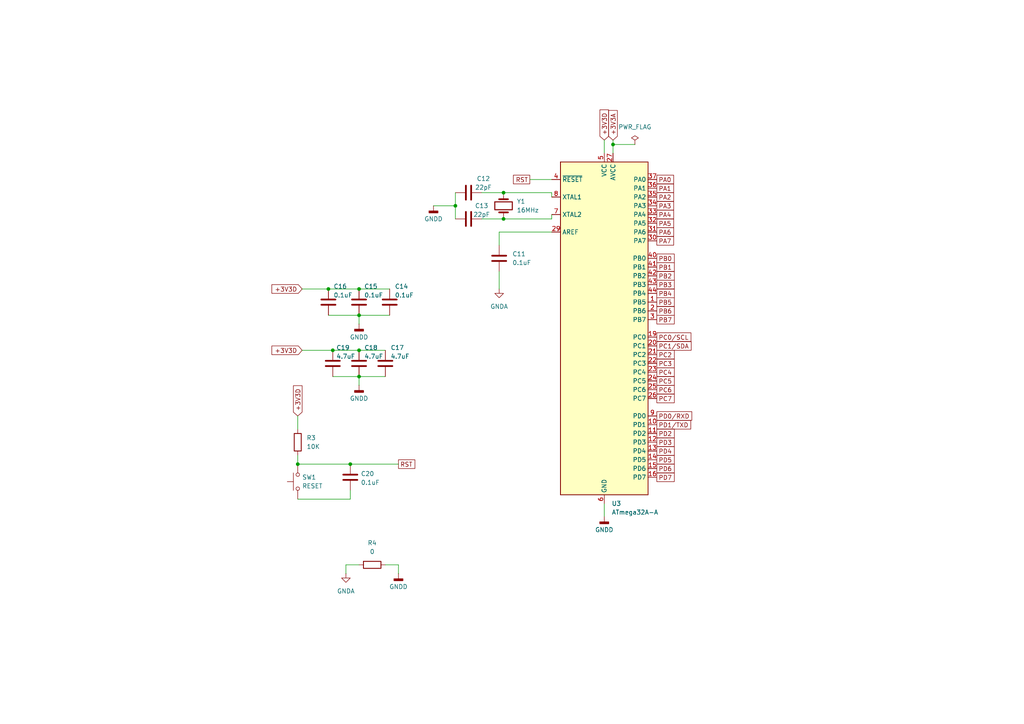
<source format=kicad_sch>
(kicad_sch (version 20250114) (generator "eeschema") (generator_version "9.0")
  (paper "A4")
  (lib_symbols
    (symbol "Device:C" (pin_numbers (hide yes)) (pin_names (offset 0.254))
      (property "Reference" "C" (at 0.635 2.54 0))
      (property "Value" "C" (at 0.635 -2.54 0))
      (symbol "C_0_1"
        (polyline (pts (xy -2.032 0.762) (xy 2.032 0.762)) (stroke (width 0.508)))
        (polyline (pts (xy -2.032 -0.762) (xy 2.032 -0.762)) (stroke (width 0.508)))
      )
      (symbol "C_1_1"
        (pin passive line (at 0 3.81 270) (length 2.794) (name "~") (number "1"))
        (pin passive line (at 0 -3.81 90) (length 2.794) (name "~") (number "2"))
      )
    )
    (symbol "Device:Crystal" (pin_numbers (hide yes)) (pin_names (offset 1.016) (hide yes))
      (property "Reference" "Y" (at 0 3.81 0))
      (property "Value" "Crystal" (at 0 -3.81 0))
      (symbol "Crystal_0_1"
        (polyline (pts (xy -2.54 0) (xy -1.905 0)))
        (polyline (pts (xy -1.905 -1.27) (xy -1.905 1.27)) (stroke (width 0.508)))
        (rectangle (start -1.143 2.54) (end 1.143 -2.54) (stroke (width 0.3048)))
        (polyline (pts (xy 1.905 -1.27) (xy 1.905 1.27)) (stroke (width 0.508)))
        (polyline (pts (xy 2.54 0) (xy 1.905 0)))
      )
      (symbol "Crystal_1_1"
        (pin passive line (at -3.81 0 0) (length 1.27) (name "1") (number "1"))
        (pin passive line (at 3.81 0 180) (length 1.27) (name "2") (number "2"))
      )
    )
    (symbol "Device:R" (pin_numbers (hide yes)) (pin_names (offset 0))
      (property "Reference" "R" (at 2.032 0 90))
      (property "Value" "R" (at 0 0 90))
      (symbol "R_0_1"
        (rectangle (start -1.016 -2.54) (end 1.016 2.54) (stroke (width 0.254)))
      )
      (symbol "R_1_1"
        (pin passive line (at 0 3.81 270) (length 1.27) (name "~") (number "1"))
        (pin passive line (at 0 -3.81 90) (length 1.27) (name "~") (number "2"))
      )
    )
    (symbol "MCU_Microchip_ATmega:ATmega32A-A"
      (property "Reference" "U" (at -12.7 49.53 0))
      (property "Value" "ATmega32A-A" (at 2.54 -49.53 0))
      (symbol "ATmega32A-A_0_1"
        (rectangle (start -12.7 -48.26) (end 12.7 48.26) (stroke (width 0.254)) (fill (type background)))
      )
      (symbol "ATmega32A-A_1_1"
        (pin input line (at -15.24 43.18 0) (length 2.54) (name "~{RESET}") (number "4"))
        (pin input line (at -15.24 38.1 0) (length 2.54) (name "XTAL1") (number "8"))
        (pin output line (at -15.24 33.02 0) (length 2.54) (name "XTAL2") (number "7"))
        (pin passive line (at -15.24 27.94 0) (length 2.54) (name "AREF") (number "29"))
        (pin passive line (at 0 50.8 270) (length 2.54) (hide yes) (name "VCC") (number "17"))
        (pin passive line (at 0 50.8 270) (length 2.54) (hide yes) (name "VCC") (number "38"))
        (pin power_in line (at 0 50.8 270) (length 2.54) (name "VCC") (number "5"))
        (pin passive line (at 0 -50.8 90) (length 2.54) (hide yes) (name "GND") (number "18"))
        (pin passive line (at 0 -50.8 90) (length 2.54) (hide yes) (name "GND") (number "28"))
        (pin passive line (at 0 -50.8 90) (length 2.54) (hide yes) (name "GND") (number "39"))
        (pin power_in line (at 0 -50.8 90) (length 2.54) (name "GND") (number "6"))
        (pin power_in line (at 2.54 50.8 270) (length 2.54) (name "AVCC") (number "27"))
        (pin bidirectional line (at 15.24 43.18 180) (length 2.54) (name "PA0") (number "37"))
        (pin bidirectional line (at 15.24 40.64 180) (length 2.54) (name "PA1") (number "36"))
        (pin bidirectional line (at 15.24 38.1 180) (length 2.54) (name "PA2") (number "35"))
        (pin bidirectional line (at 15.24 35.56 180) (length 2.54) (name "PA3") (number "34"))
        (pin bidirectional line (at 15.24 33.02 180) (length 2.54) (name "PA4") (number "33"))
        (pin bidirectional line (at 15.24 30.48 180) (length 2.54) (name "PA5") (number "32"))
        (pin bidirectional line (at 15.24 27.94 180) (length 2.54) (name "PA6") (number "31"))
        (pin bidirectional line (at 15.24 25.4 180) (length 2.54) (name "PA7") (number "30"))
        (pin bidirectional line (at 15.24 20.32 180) (length 2.54) (name "PB0") (number "40"))
        (pin bidirectional line (at 15.24 17.78 180) (length 2.54) (name "PB1") (number "41"))
        (pin bidirectional line (at 15.24 15.24 180) (length 2.54) (name "PB2") (number "42"))
        (pin bidirectional line (at 15.24 12.7 180) (length 2.54) (name "PB3") (number "43"))
        (pin bidirectional line (at 15.24 10.16 180) (length 2.54) (name "PB4") (number "44"))
        (pin bidirectional line (at 15.24 7.62 180) (length 2.54) (name "PB5") (number "1"))
        (pin bidirectional line (at 15.24 5.08 180) (length 2.54) (name "PB6") (number "2"))
        (pin bidirectional line (at 15.24 2.54 180) (length 2.54) (name "PB7") (number "3"))
        (pin bidirectional line (at 15.24 -2.54 180) (length 2.54) (name "PC0") (number "19"))
        (pin bidirectional line (at 15.24 -5.08 180) (length 2.54) (name "PC1") (number "20"))
        (pin bidirectional line (at 15.24 -7.62 180) (length 2.54) (name "PC2") (number "21"))
        (pin bidirectional line (at 15.24 -10.16 180) (length 2.54) (name "PC3") (number "22"))
        (pin bidirectional line (at 15.24 -12.7 180) (length 2.54) (name "PC4") (number "23"))
        (pin bidirectional line (at 15.24 -15.24 180) (length 2.54) (name "PC5") (number "24"))
        (pin bidirectional line (at 15.24 -17.78 180) (length 2.54) (name "PC6") (number "25"))
        (pin bidirectional line (at 15.24 -20.32 180) (length 2.54) (name "PC7") (number "26"))
        (pin bidirectional line (at 15.24 -25.4 180) (length 2.54) (name "PD0") (number "9"))
        (pin bidirectional line (at 15.24 -27.94 180) (length 2.54) (name "PD1") (number "10"))
        (pin bidirectional line (at 15.24 -30.48 180) (length 2.54) (name "PD2") (number "11"))
        (pin bidirectional line (at 15.24 -33.02 180) (length 2.54) (name "PD3") (number "12"))
        (pin bidirectional line (at 15.24 -35.56 180) (length 2.54) (name "PD4") (number "13"))
        (pin bidirectional line (at 15.24 -38.1 180) (length 2.54) (name "PD5") (number "14"))
        (pin bidirectional line (at 15.24 -40.64 180) (length 2.54) (name "PD6") (number "15"))
        (pin bidirectional line (at 15.24 -43.18 180) (length 2.54) (name "PD7") (number "16"))
      )
    )
    (symbol "Switch:SW_Push" (pin_numbers (hide yes)) (pin_names (offset 1.016) (hide yes))
      (property "Reference" "SW" (at 1.27 2.54 0))
      (property "Value" "SW_Push" (at 0 -1.524 0))
      (symbol "SW_Push_0_1"
        (circle (center -2.032 0) (radius 0.508))
        (polyline (pts (xy 0 1.27) (xy 0 3.048)))
        (circle (center 2.032 0) (radius 0.508))
        (polyline (pts (xy 2.54 1.27) (xy -2.54 1.27)))
        (pin passive line (at -5.08 0 0) (length 2.54) (name "1") (number "1"))
        (pin passive line (at 5.08 0 180) (length 2.54) (name "2") (number "2"))
      )
    )
    (symbol "power:GNDA" (power) (pin_numbers (hide yes)) (pin_names (offset 0) (hide yes))
      (property "Value" "GNDA" (at 0 -3.81 0))
      (symbol "GNDA_0_1"
        (polyline (pts (xy 0 0) (xy 0 -1.27) (xy 1.27 -1.27) (xy 0 -2.54) (xy -1.27 -1.27) (xy 0 -1.27)))
      )
      (symbol "GNDA_1_1"
        (pin power_in line (at 0 0 270) (length 0) (name "~") (number "1"))
      )
    )
    (symbol "power:GNDD" (power) (pin_numbers (hide yes)) (pin_names (offset 0) (hide yes))
      (property "Value" "GNDD" (at 0 -3.175 0))
      (symbol "GNDD_0_1"
        (rectangle (start -1.27 -1.524) (end 1.27 -2.032) (stroke (width 0.254)) (fill (type outline)))
        (polyline (pts (xy 0 0) (xy 0 -1.524)))
      )
      (symbol "GNDD_1_1"
        (pin power_in line (at 0 0 270) (length 0) (name "~") (number "1"))
      )
    )
    (symbol "power:PWR_FLAG" (power) (pin_numbers (hide yes)) (pin_names (offset 0) (hide yes))
      (property "Value" "PWR_FLAG" (at 0 3.81 0))
      (symbol "PWR_FLAG_0_0"
        (pin power_out line (at 0 0 90) (length 0) (name "~") (number "1"))
      )
      (symbol "PWR_FLAG_0_1"
        (polyline (pts (xy 0 0) (xy 0 1.27) (xy -1.016 1.905) (xy 0 2.54) (xy 1.016 1.905) (xy 0 1.27)))
      )
    )
  )
  (junction (at 104.14 83.82))
  (junction (at 101.6 134.62))
  (junction (at 104.14 109.22))
  (junction (at 95.25 83.82))
  (junction (at 132.08 59.69))
  (junction (at 104.14 91.44))
  (junction (at 146.05 55.88))
  (junction (at 146.05 63.5))
  (junction (at 86.36 134.62))
  (junction (at 104.14 101.6))
  (junction (at 96.52 101.6))
  (junction (at 177.8 41.91))
  (wire (pts (xy 104.14 101.6) (xy 111.76 101.6)))
  (wire (pts (xy 95.25 91.44) (xy 104.14 91.44)))
  (wire (pts (xy 104.14 109.22) (xy 111.76 109.22)))
  (wire (pts (xy 132.08 59.69) (xy 132.08 63.5)))
  (wire (pts (xy 104.14 91.44) (xy 113.03 91.44)))
  (wire (pts (xy 87.63 101.6) (xy 96.52 101.6)))
  (wire (pts (xy 101.6 142.24) (xy 101.6 144.78)))
  (wire (pts (xy 101.6 134.62) (xy 115.57 134.62)))
  (wire (pts (xy 86.36 132.08) (xy 86.36 134.62)))
  (wire (pts (xy 87.63 83.82) (xy 95.25 83.82)))
  (wire (pts (xy 96.52 101.6) (xy 104.14 101.6)))
  (wire (pts (xy 125.73 59.69) (xy 132.08 59.69)))
  (wire (pts (xy 144.78 78.74) (xy 144.78 83.82)))
  (wire (pts (xy 175.26 40.64) (xy 175.26 44.45)))
  (wire (pts (xy 160.02 62.23) (xy 160.02 63.5)))
  (wire (pts (xy 86.36 120.65) (xy 86.36 124.46)))
  (wire (pts (xy 177.8 41.91) (xy 184.15 41.91)))
  (wire (pts (xy 86.36 134.62) (xy 101.6 134.62)))
  (wire (pts (xy 139.7 55.88) (xy 146.05 55.88)))
  (wire (pts (xy 95.25 83.82) (xy 104.14 83.82)))
  (wire (pts (xy 104.14 109.22) (xy 104.14 111.76)))
  (wire (pts (xy 146.05 63.5) (xy 160.02 63.5)))
  (wire (pts (xy 104.14 163.83) (xy 100.33 163.83)))
  (wire (pts (xy 177.8 41.91) (xy 177.8 44.45)))
  (wire (pts (xy 111.76 163.83) (xy 115.57 163.83)))
  (wire (pts (xy 100.33 163.83) (xy 100.33 166.37)))
  (wire (pts (xy 160.02 67.31) (xy 144.78 67.31)))
  (wire (pts (xy 139.7 63.5) (xy 146.05 63.5)))
  (wire (pts (xy 146.05 55.88) (xy 160.02 55.88)))
  (wire (pts (xy 175.26 146.05) (xy 175.26 149.86)))
  (wire (pts (xy 115.57 163.83) (xy 115.57 166.37)))
  (wire (pts (xy 101.6 144.78) (xy 86.36 144.78)))
  (wire (pts (xy 132.08 55.88) (xy 132.08 59.69)))
  (wire (pts (xy 104.14 83.82) (xy 113.03 83.82)))
  (wire (pts (xy 177.8 40.64) (xy 177.8 41.91)))
  (wire (pts (xy 160.02 57.15) (xy 160.02 55.88)))
  (wire (pts (xy 153.67 52.07) (xy 160.02 52.07)))
  (wire (pts (xy 96.52 109.22) (xy 104.14 109.22)))
  (wire (pts (xy 144.78 67.31) (xy 144.78 71.12)))
  (wire (pts (xy 104.14 91.44) (xy 104.14 93.98)))
  (global_label "PA5" (shape passive) (at 190.5 64.77 0) (property "Intersheetrefs" "${INTERSHEET_REFS}" (effects (hide yes))))
  (global_label "+3V3D" (shape input) (at 87.63 83.82 180) (property "Intersheetrefs" "${INTERSHEET_REFS}" (effects (hide yes))))
  (global_label "+3V3A" (shape input) (at 177.8 40.64 90) (property "Intersheetrefs" "${INTERSHEET_REFS}" (effects (hide yes))))
  (global_label "PD5" (shape passive) (at 190.5 133.35 0) (property "Intersheetrefs" "${INTERSHEET_REFS}" (effects (hide yes))))
  (global_label "PC0{slash}SCL" (shape passive) (at 190.5 97.79 0) (property "Intersheetrefs" "${INTERSHEET_REFS}" (effects (hide yes))))
  (global_label "PC4" (shape passive) (at 190.5 107.95 0) (property "Intersheetrefs" "${INTERSHEET_REFS}" (effects (hide yes))))
  (global_label "PB7" (shape passive) (at 190.5 92.71 0) (property "Intersheetrefs" "${INTERSHEET_REFS}" (effects (hide yes))))
  (global_label "PA0" (shape passive) (at 190.5 52.07 0) (property "Intersheetrefs" "${INTERSHEET_REFS}" (effects (hide yes))))
  (global_label "PA2" (shape passive) (at 190.5 57.15 0) (property "Intersheetrefs" "${INTERSHEET_REFS}" (effects (hide yes))))
  (global_label "PA6" (shape passive) (at 190.5 67.31 0) (property "Intersheetrefs" "${INTERSHEET_REFS}" (effects (hide yes))))
  (global_label "PC6" (shape passive) (at 190.5 113.03 0) (property "Intersheetrefs" "${INTERSHEET_REFS}" (effects (hide yes))))
  (global_label "PB5" (shape passive) (at 190.5 87.63 0) (property "Intersheetrefs" "${INTERSHEET_REFS}" (effects (hide yes))))
  (global_label "PB0" (shape passive) (at 190.5 74.93 0) (property "Intersheetrefs" "${INTERSHEET_REFS}" (effects (hide yes))))
  (global_label "PC3" (shape passive) (at 190.5 105.41 0) (property "Intersheetrefs" "${INTERSHEET_REFS}" (effects (hide yes))))
  (global_label "PC7" (shape passive) (at 190.5 115.57 0) (property "Intersheetrefs" "${INTERSHEET_REFS}" (effects (hide yes))))
  (global_label "PD6" (shape passive) (at 190.5 135.89 0) (property "Intersheetrefs" "${INTERSHEET_REFS}" (effects (hide yes))))
  (global_label "PB2" (shape passive) (at 190.5 80.01 0) (property "Intersheetrefs" "${INTERSHEET_REFS}" (effects (hide yes))))
  (global_label "RST" (shape passive) (at 115.57 134.62 0) (property "Intersheetrefs" "${INTERSHEET_REFS}" (effects (hide yes))))
  (global_label "PC1{slash}SDA" (shape passive) (at 190.5 100.33 0) (property "Intersheetrefs" "${INTERSHEET_REFS}" (effects (hide yes))))
  (global_label "PD4" (shape passive) (at 190.5 130.81 0) (property "Intersheetrefs" "${INTERSHEET_REFS}" (effects (hide yes))))
  (global_label "PD2" (shape passive) (at 190.5 125.73 0) (property "Intersheetrefs" "${INTERSHEET_REFS}" (effects (hide yes))))
  (global_label "PB1" (shape passive) (at 190.5 77.47 0) (property "Intersheetrefs" "${INTERSHEET_REFS}" (effects (hide yes))))
  (global_label "PC2" (shape passive) (at 190.5 102.87 0) (property "Intersheetrefs" "${INTERSHEET_REFS}" (effects (hide yes))))
  (global_label "+3V3D" (shape input) (at 87.63 101.6 180) (property "Intersheetrefs" "${INTERSHEET_REFS}" (effects (hide yes))))
  (global_label "+3V3D" (shape input) (at 175.26 40.64 90) (property "Intersheetrefs" "${INTERSHEET_REFS}" (effects (hide yes))))
  (global_label "PA4" (shape passive) (at 190.5 62.23 0) (property "Intersheetrefs" "${INTERSHEET_REFS}" (effects (hide yes))))
  (global_label "PA1" (shape passive) (at 190.5 54.61 0) (property "Intersheetrefs" "${INTERSHEET_REFS}" (effects (hide yes))))
  (global_label "PD0{slash}RXD" (shape passive) (at 190.5 120.65 0) (property "Intersheetrefs" "${INTERSHEET_REFS}" (effects (hide yes))))
  (global_label "PC5" (shape passive) (at 190.5 110.49 0) (property "Intersheetrefs" "${INTERSHEET_REFS}" (effects (hide yes))))
  (global_label "RST" (shape passive) (at 153.67 52.07 180) (property "Intersheetrefs" "${INTERSHEET_REFS}" (effects (hide yes))))
  (global_label "PB6" (shape passive) (at 190.5 90.17 0) (property "Intersheetrefs" "${INTERSHEET_REFS}" (effects (hide yes))))
  (global_label "PD1{slash}TXD" (shape passive) (at 190.5 123.19 0) (property "Intersheetrefs" "${INTERSHEET_REFS}" (effects (hide yes))))
  (global_label "PB3" (shape passive) (at 190.5 82.55 0) (property "Intersheetrefs" "${INTERSHEET_REFS}" (effects (hide yes))))
  (global_label "PD7" (shape passive) (at 190.5 138.43 0) (property "Intersheetrefs" "${INTERSHEET_REFS}" (effects (hide yes))))
  (global_label "PB4" (shape passive) (at 190.5 85.09 0) (property "Intersheetrefs" "${INTERSHEET_REFS}" (effects (hide yes))))
  (global_label "PA3" (shape passive) (at 190.5 59.69 0) (property "Intersheetrefs" "${INTERSHEET_REFS}" (effects (hide yes))))
  (global_label "PD3" (shape passive) (at 190.5 128.27 0) (property "Intersheetrefs" "${INTERSHEET_REFS}" (effects (hide yes))))
  (global_label "+3V3D" (shape input) (at 86.36 120.65 90) (property "Intersheetrefs" "${INTERSHEET_REFS}" (effects (hide yes))))
  (global_label "PA7" (shape passive) (at 190.5 69.85 0) (property "Intersheetrefs" "${INTERSHEET_REFS}" (effects (hide yes))))
  (symbol (lib_id "power:GNDA") (at 144.78 83.82 0) (unit 1)
    (property "Reference" "#PWR012" (effects (hide yes)))
    (property "Value" "GNDA" (at 144.78 88.9 0))
    (property "Description" "Power symbol creates a global label with name \"GNDA\" , analog ground" (effects (hide yes)))
  )
  (symbol (lib_id "power:GNDA") (at 100.33 166.37 0) (unit 1)
    (property "Reference" "#PWR019" (effects (hide yes)))
    (property "Value" "GNDA" (at 100.33 171.45 0))
    (property "Description" "Power symbol creates a global label with name \"GNDA\" , analog ground" (effects (hide yes)))
  )
  (symbol (lib_id "Device:R") (at 107.95 163.83 90) (unit 1)
    (property "Reference" "R4" (at 107.95 157.48 90))
    (property "Value" "0" (at 107.95 160.02 90))
    (property "Footprint" "Resistor_SMD:R_0603_1608Metric" (effects (hide yes)))
    (property "Description" "Resistor" (effects (hide yes)))
  )
  (symbol (lib_id "power:PWR_FLAG") (at 184.15 41.91 0) (unit 1)
    (property "Reference" "#FLG04" (effects (hide yes)))
    (property "Value" "PWR_FLAG" (at 184.15 36.83 0))
    (property "Description" "Special symbol for telling ERC where power comes from" (effects (hide yes)))
  )
  (symbol (lib_id "Device:C") (at 96.52 105.41 0) (unit 1)
    (property "Reference" "C19" (at 97.536 100.838 0) (effects (justify left)))
    (property "Value" "4.7uF" (at 97.536 103.378 0) (effects (justify left)))
    (property "Footprint" "Capacitor_SMD:C_0603_1608Metric" (effects (hide yes)))
    (property "Description" "Unpolarized capacitor" (effects (hide yes)))
  )
  (symbol (lib_id "Switch:SW_Push") (at 86.36 139.7 90) (unit 1)
    (property "Reference" "SW1" (at 87.63 138.4299 90) (effects (justify right)))
    (property "Value" "RESET" (at 87.63 140.9699 90) (effects (justify right)))
    (property "Footprint" "Button_Switch_THT:SW_PUSH_6mm" (effects (hide yes)))
    (property "Description" "Push button switch, generic, two pins" (effects (hide yes)))
  )
  (symbol (lib_id "power:GNDD") (at 115.57 166.37 0) (unit 1)
    (property "Reference" "#PWR018" (effects (hide yes)))
    (property "Value" "GNDD" (at 115.57 170.18 0))
    (property "Description" "Power symbol creates a global label with name \"GNDD\" , digital ground" (effects (hide yes)))
  )
  (symbol (lib_id "Device:C") (at 113.03 87.63 0) (unit 1)
    (property "Reference" "C14" (at 114.5176 83.0804 0) (effects (justify left)))
    (property "Value" "0.1uF" (at 114.5176 85.6204 0) (effects (justify left)))
    (property "Footprint" "Capacitor_SMD:C_0603_1608Metric" (effects (hide yes)))
    (property "Description" "Unpolarized capacitor" (effects (hide yes)))
  )
  (symbol (lib_id "Device:C") (at 101.6 138.43 0) (unit 1)
    (property "Reference" "C20" (at 104.648 137.414 0) (effects (justify left)))
    (property "Value" "0.1uF" (at 104.648 139.954 0) (effects (justify left)))
    (property "Footprint" "Capacitor_SMD:C_0603_1608Metric" (effects (hide yes)))
    (property "Description" "Unpolarized capacitor" (effects (hide yes)))
  )
  (symbol (lib_id "Device:C") (at 144.78 74.93 0) (unit 1)
    (property "Reference" "C11" (at 148.59 73.6599 0) (effects (justify left)))
    (property "Value" "0.1uF" (at 148.59 76.1999 0) (effects (justify left)))
    (property "Footprint" "Capacitor_SMD:C_0603_1608Metric" (effects (hide yes)))
    (property "Description" "Unpolarized capacitor" (effects (hide yes)))
  )
  (symbol (lib_id "power:GNDD") (at 125.73 59.69 0) (unit 1)
    (property "Reference" "#PWR013" (effects (hide yes)))
    (property "Value" "GNDD" (at 125.73 63.5 0))
    (property "Description" "Power symbol creates a global label with name \"GNDD\" , digital ground" (effects (hide yes)))
  )
  (symbol (lib_id "Device:Crystal") (at 146.05 59.69 90) (unit 1)
    (property "Reference" "Y1" (at 149.86 58.4199 90) (effects (justify right)))
    (property "Value" "16MHz" (at 149.86 60.9599 90) (effects (justify right)))
    (property "Footprint" "Crystal:Crystal_SMD_0603-2Pin_6.0x3.5mm" (effects (hide yes)))
    (property "Description" "Two pin crystal" (effects (hide yes)))
  )
  (symbol (lib_id "Device:C") (at 135.89 55.88 90) (unit 1)
    (property "Reference" "C12" (at 140.208 51.816 90))
    (property "Value" "22pF" (at 140.208 54.356 90))
    (property "Footprint" "Capacitor_SMD:C_0603_1608Metric" (effects (hide yes)))
    (property "Description" "Unpolarized capacitor" (effects (hide yes)))
  )
  (symbol (lib_id "MCU_Microchip_ATmega:ATmega32A-A") (at 175.26 95.25 0) (unit 1)
    (property "Reference" "U3" (at 177.4033 146.05 0) (effects (justify left)))
    (property "Value" "ATmega32A-A" (at 177.4033 148.59 0) (effects (justify left)))
    (property "Footprint" "Package_QFP:TQFP-44_10x10mm_P0.8mm" (effects (hide yes)))
    (property "Datasheet" "http://ww1.microchip.com/downloads/en/DeviceDoc/atmel-8155-8-bit-microcontroller-avr-atmega32a_datasheet.pdf" (effects (hide yes)))
    (property "Description" "16MHz, 32kB Flash, 2kB SRAM, 1kB EEPROM, JTAG, TQFP-44" (effects (hide yes)))
  )
  (symbol (lib_id "Device:R") (at 86.36 128.27 0) (unit 1)
    (property "Reference" "R3" (at 88.9 126.9999 0) (effects (justify left)))
    (property "Value" "10K" (at 88.9 129.5399 0) (effects (justify left)))
    (property "Footprint" "Resistor_SMD:R_0603_1608Metric" (effects (hide yes)))
    (property "Description" "Resistor" (effects (hide yes)))
  )
  (symbol (lib_id "Device:C") (at 104.14 87.63 0) (unit 1)
    (property "Reference" "C15" (at 105.6276 83.0804 0) (effects (justify left)))
    (property "Value" "0.1uF" (at 105.6276 85.6204 0) (effects (justify left)))
    (property "Footprint" "Capacitor_SMD:C_0603_1608Metric" (effects (hide yes)))
    (property "Description" "Unpolarized capacitor" (effects (hide yes)))
  )
  (symbol (lib_id "Device:C") (at 135.89 63.5 270) (unit 1)
    (property "Reference" "C13" (at 139.7 59.69 90))
    (property "Value" "22pF" (at 139.7 62.23 90))
    (property "Footprint" "Capacitor_SMD:C_0603_1608Metric" (effects (hide yes)))
    (property "Description" "Unpolarized capacitor" (effects (hide yes)))
  )
  (symbol (lib_id "power:GNDD") (at 104.14 111.76 0) (unit 1)
    (property "Reference" "#PWR014" (effects (hide yes)))
    (property "Value" "GNDD" (at 104.14 115.57 0))
    (property "Description" "Power symbol creates a global label with name \"GNDD\" , digital ground" (effects (hide yes)))
  )
  (symbol (lib_id "Device:C") (at 104.14 105.41 0) (unit 1)
    (property "Reference" "C18" (at 105.664 100.838 0) (effects (justify left)))
    (property "Value" "4.7uF" (at 105.664 103.378 0) (effects (justify left)))
    (property "Footprint" "Capacitor_SMD:C_0603_1608Metric" (effects (hide yes)))
    (property "Description" "Unpolarized capacitor" (effects (hide yes)))
  )
  (symbol (lib_id "Device:C") (at 95.25 87.63 0) (unit 1)
    (property "Reference" "C16" (at 96.7376 83.0804 0) (effects (justify left)))
    (property "Value" "0.1uF" (at 96.7376 85.6204 0) (effects (justify left)))
    (property "Footprint" "Capacitor_SMD:C_0603_1608Metric" (effects (hide yes)))
    (property "Description" "Unpolarized capacitor" (effects (hide yes)))
  )
  (symbol (lib_id "power:GNDD") (at 104.14 93.98 0) (unit 1)
    (property "Reference" "#PWR015" (effects (hide yes)))
    (property "Value" "GNDD" (at 104.14 97.79 0))
    (property "Description" "Power symbol creates a global label with name \"GNDD\" , digital ground" (effects (hide yes)))
  )
  (symbol (lib_id "Device:C") (at 111.76 105.41 0) (unit 1)
    (property "Reference" "C17" (at 113.284 100.838 0) (effects (justify left)))
    (property "Value" "4.7uF" (at 113.284 103.378 0) (effects (justify left)))
    (property "Footprint" "Capacitor_SMD:C_0603_1608Metric" (effects (hide yes)))
    (property "Description" "Unpolarized capacitor" (effects (hide yes)))
  )
  (symbol (lib_id "power:GNDD") (at 175.26 149.86 0) (unit 1)
    (property "Reference" "#PWR011" (effects (hide yes)))
    (property "Value" "GNDD" (at 175.26 153.67 0))
    (property "Description" "Power symbol creates a global label with name \"GNDD\" , digital ground" (effects (hide yes)))
  )
)
</source>
